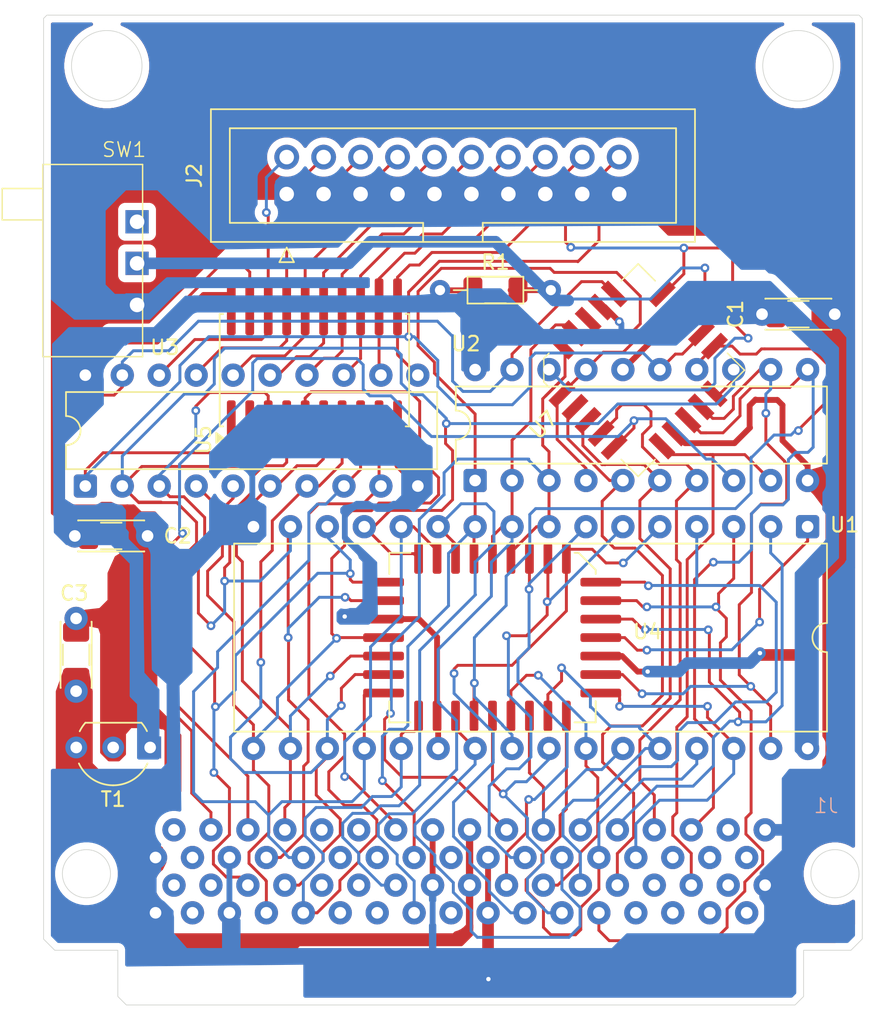
<source format=kicad_pcb>
(kicad_pcb
	(version 20241229)
	(generator "pcbnew")
	(generator_version "9.0")
	(general
		(thickness 1.6)
		(legacy_teardrops no)
	)
	(paper "A4")
	(layers
		(0 "F.Cu" signal)
		(2 "B.Cu" signal)
		(9 "F.Adhes" user "F.Adhesive")
		(11 "B.Adhes" user "B.Adhesive")
		(13 "F.Paste" user)
		(15 "B.Paste" user)
		(5 "F.SilkS" user "F.Silkscreen")
		(7 "B.SilkS" user "B.Silkscreen")
		(1 "F.Mask" user)
		(3 "B.Mask" user)
		(17 "Dwgs.User" user "User.Drawings")
		(19 "Cmts.User" user "User.Comments")
		(21 "Eco1.User" user "User.Eco1")
		(23 "Eco2.User" user "User.Eco2")
		(25 "Edge.Cuts" user)
		(27 "Margin" user)
		(31 "F.CrtYd" user "F.Courtyard")
		(29 "B.CrtYd" user "B.Courtyard")
		(35 "F.Fab" user)
		(33 "B.Fab" user)
		(39 "User.1" user)
		(41 "User.2" user)
		(43 "User.3" user)
		(45 "User.4" user)
	)
	(setup
		(pad_to_mask_clearance 0)
		(allow_soldermask_bridges_in_footprints no)
		(tenting front back)
		(pcbplotparams
			(layerselection 0x00000000_00000000_55555555_5755f5ff)
			(plot_on_all_layers_selection 0x00000000_00000000_00000000_00000000)
			(disableapertmacros no)
			(usegerberextensions no)
			(usegerberattributes yes)
			(usegerberadvancedattributes yes)
			(creategerberjobfile yes)
			(dashed_line_dash_ratio 12.000000)
			(dashed_line_gap_ratio 3.000000)
			(svgprecision 4)
			(plotframeref no)
			(mode 1)
			(useauxorigin no)
			(hpglpennumber 1)
			(hpglpenspeed 20)
			(hpglpendiameter 15.000000)
			(pdf_front_fp_property_popups yes)
			(pdf_back_fp_property_popups yes)
			(pdf_metadata yes)
			(pdf_single_document no)
			(dxfpolygonmode yes)
			(dxfimperialunits yes)
			(dxfusepcbnewfont yes)
			(psnegative no)
			(psa4output no)
			(plot_black_and_white yes)
			(sketchpadsonfab no)
			(plotpadnumbers no)
			(hidednponfab no)
			(sketchdnponfab yes)
			(crossoutdnponfab yes)
			(subtractmaskfromsilk no)
			(outputformat 1)
			(mirror no)
			(drillshape 1)
			(scaleselection 1)
			(outputdirectory "")
		)
	)
	(net 0 "")
	(net 1 "unconnected-(J1-DREQ5-Pad3)")
	(net 2 "unconnected-(J1-D11-Pad45)")
	(net 3 "/D7")
	(net 4 "unconnected-(J1-BCLK-Pad33)")
	(net 5 "unconnected-(J1-LRCLK-Pad66)")
	(net 6 "unconnected-(J1-D15-Pad47)")
	(net 7 "unconnected-(J1-D8-Pad10)")
	(net 8 "unconnected-(J1-NC-Pad31)")
	(net 9 "unconnected-(J1-NC-Pad65)")
	(net 10 "unconnected-(J1-~{DACK5}-Pad36)")
	(net 11 "unconnected-(J1-SYSCK-Pad32)")
	(net 12 "unconnected-(J1-D9-Pad44)")
	(net 13 "unconnected-(J1-D14-Pad13)")
	(net 14 "unconnected-(J1-~{IRQ10}-Pad37)")
	(net 15 "unconnected-(J1-+3.5V-Pad51)")
	(net 16 "unconnected-(J1-D12-Pad12)")
	(net 17 "unconnected-(J1-~{RESET}-Pad2)")
	(net 18 "unconnected-(J1-SDIN-Pad67)")
	(net 19 "unconnected-(J1-A21-Pad62)")
	(net 20 "unconnected-(J1-A19-Pad61)")
	(net 21 "unconnected-(J1-A22-Pad29)")
	(net 22 "unconnected-(J1-D13-Pad46)")
	(net 23 "unconnected-(J1-+3.5V-Pad17)")
	(net 24 "/A0")
	(net 25 "unconnected-(J1-~{SWR1}-Pad38)")
	(net 26 "unconnected-(J1-A23-Pad63)")
	(net 27 "unconnected-(J1-D10-Pad11)")
	(net 28 "/XCVR_B0")
	(net 29 "/XCVR_B1")
	(net 30 "/XCVR_B2")
	(net 31 "/XCVR_B3")
	(net 32 "/XCVR_B4")
	(net 33 "/EXT_STROBE")
	(net 34 "/XCVR_B6")
	(net 35 "/A1")
	(net 36 "/XCVR_B5")
	(net 37 "/XCVR_B7")
	(net 38 "/EXT_ACK")
	(net 39 "/~{XCVR_EN}")
	(net 40 "/A2")
	(net 41 "/A5")
	(net 42 "/A3")
	(net 43 "/A4")
	(net 44 "/UNK1")
	(net 45 "/A18")
	(net 46 "/A17")
	(net 47 "/A20")
	(net 48 "/~{CS0}")
	(net 49 "/~{SWR0}")
	(net 50 "/~{SRD}")
	(net 51 "/~{EEPROM_WR}")
	(net 52 "/D0")
	(net 53 "/~{EEPROM_OE}")
	(net 54 "VCC")
	(net 55 "/SWITCH")
	(net 56 "GND")
	(net 57 "/D1")
	(net 58 "/D2")
	(net 59 "/D3")
	(net 60 "/D4")
	(net 61 "/D5")
	(net 62 "unconnected-(SW1-A-Pad1)")
	(net 63 "/A6")
	(net 64 "/D6")
	(net 65 "+7.5V")
	(net 66 "/A7")
	(net 67 "/A9")
	(net 68 "/A8")
	(net 69 "/A10")
	(net 70 "/A11")
	(net 71 "/A12")
	(net 72 "/A13")
	(net 73 "/ROM_P1")
	(net 74 "/A14")
	(net 75 "/A15")
	(net 76 "/A16")
	(footprint "PR_Footprints:C_Disc_1206_P5.00mm" (layer "F.Cu") (at 91.734 92.329))
	(footprint "PR_Footprints:PLCC-32" (layer "F.Cu") (at 121.035093 99.1616 -90))
	(footprint "Connector_IDC:IDC-Header_2x10_P2.54mm_Vertical" (layer "F.Cu") (at 106.299 68.834 90))
	(footprint "PR_Footprints:C_Disc_1206_P5.00mm" (layer "F.Cu") (at 91.821 102.997 90))
	(footprint "PR_Footprints:PLCC-20" (layer "F.Cu") (at 130.556 81.026 45))
	(footprint "Package_DIP:DIP-20_W7.62mm" (layer "F.Cu") (at 92.456 88.9 90))
	(footprint "PR_Footprints:SOP-20" (layer "F.Cu") (at 108.204 80.941 90))
	(footprint "PR_Footprints:C_Disc_1206_P5.00mm" (layer "F.Cu") (at 138.978 77.089))
	(footprint "Package_TO_SOT_THT:TO-92L_Inline_Wide" (layer "F.Cu") (at 96.911 106.865 180))
	(footprint "PR_Footprints:R_Axial_DIN0204_L3.6mm_D1.6mm_P7.62mm_Horizontal" (layer "F.Cu") (at 116.84 75.438))
	(footprint "Package_DIP:DIP-20_W7.62mm" (layer "F.Cu") (at 119.253 88.519 90))
	(footprint "PR_Footprints:SPDT_Switch" (layer "F.Cu") (at 93.1418 73.9648))
	(footprint "Package_DIP:DIP-32_W15.24mm" (layer "F.Cu") (at 142.113 91.694 -90))
	(footprint "PR_Footprints:PIO_Connector" (layer "B.Cu") (at 118.872 114.803 180))
	(gr_circle
		(center 92.5322 115.540291)
		(end 91.8718 117.058158)
		(stroke
			(width 0.05)
			(type default)
		)
		(fill no)
		(layer "Edge.Cuts")
		(uuid "0d9b073b-59af-4d6e-bc46-e1215c1294af")
	)
	(gr_poly
		(pts
			(xy 90.35415 120.8024) (xy 89.5858 120.03405) (xy 89.5858 56.7652) (xy 89.8106 56.5404) (xy 145.6474 56.5404)
			(xy 145.8722 56.7652) (xy 145.8722 120.02135) (xy 145.09115 120.8024) (xy 141.8336 120.8024) (xy 141.8336 123.9774)
			(xy 141.2494 124.5616) (xy 95.2754 124.5616) (xy 94.6912 123.9774) (xy 94.6912 120.8024)
		)
		(stroke
			(width 0.05)
			(type solid)
		)
		(fill no)
		(layer "Edge.Cuts")
		(uuid "4bf50bd0-0d1d-4842-b85e-072ab4b6a635")
	)
	(gr_circle
		(center 93.9292 60.0202)
		(end 95.4278 58.1152)
		(stroke
			(width 0.05)
			(type default)
		)
		(fill no)
		(layer "Edge.Cuts")
		(uuid "e990a24a-17fe-410d-89d0-7424862cf658")
	)
	(gr_circle
		(center 143.9926 115.540291)
		(end 143.3322 117.058158)
		(stroke
			(width 0.05)
			(type default)
		)
		(fill no)
		(layer "Edge.Cuts")
		(uuid "f2581f96-4f9d-4789-a90b-23d7fe5c5e96")
	)
	(gr_circle
		(center 141.4526 60.0202)
		(end 142.9512 58.1152)
		(stroke
			(width 0.05)
			(type default)
		)
		(fill no)
		(layer "Edge.Cuts")
		(uuid "f492974a-7276-4ba9-9e7c-737d16726482")
	)
	(segment
		(start 109.1946 108.5342)
		(end 110.2868 107.442)
		(width 0.2)
		(layer "F.Cu")
		(net 3)
		(uuid "03c8cea2-e4db-4758-be02-687c9d4cfb16")
	)
	(segment
		(start 111.5568 90.1192)
		(end 112.776 88.9)
		(width 0.2)
		(layer "F.Cu")
		(net 3)
		(uuid "15a4839f-5df0-4c1a-a9a1-159418825118")
	)
	(segment
		(start 110.2868 105.9434)
		(end 107.823 103.4796)
		(width 0.2)
		(layer "F.Cu")
		(net 3)
		(uuid "27bf3a94-13a5-421c-aa46-fec933dc0a7b")
	)
	(segment
		(start 107.823 103.4796)
		(end 107.823 90.805)
		(width 0.2)
		(layer "F.Cu")
		(net 3)
		(uuid "2a35a125-a33f-4eb2-8255-94f09f77623f")
	)
	(segment
		(start 107.442 118.227)
		(end 108.3918 118.227)
		(width 0.2)
		(layer "F.Cu")
		(net 3)
		(uuid "3d47686d-a23e-4148-a419-2613d1f98006")
	)
	(segment
		(start 115.0874 105.7656)
		(end 115.3668 105.4862)
		(width 0.2)
		(layer "F.Cu")
		(net 3)
		(uuid "4487cb3a-ce2b-4bb9-a0d8-97a1a1e78dbf")
	)
	(segment
		(start 114.173 106.934)
		(end 114.173 105.9688)
		(width 0.2)
		(layer "F.Cu")
		(net 3)
		(uuid "46686d0e-928e-4f23-9918-af9b582cd5e0")
	)
	(segment
		(start 115.3668 105.4862)
		(end 115.3668 104.6988)
		(width 0.2)
		(layer "F.Cu")
		(net 3)
		(uuid "496ba09a-5190-4d34-a801-eee761b50c0f")
	)
	(segment
		(start 107.823 90.805)
		(end 108.5088 90.1192)
		(width 0.2)
		(layer "F.Cu")
		(net 3)
		(uuid "4a388d43-77ad-459d-b7f8-2e923d7109ea")
	)
	(segment
		(start 112.4712 112.9284)
		(end 112.4966 112.903)
		(width 0.2)
		(layer "F.Cu")
		(net 3)
		(uuid "71e357db-154b-4da1-ab3f-124fdcdc210d")
	)
	(segment
		(start 111.252 114.13995)
		(end 112.46355 112.9284)
		(width 0.2)
		(layer "F.Cu")
		(net 3)
		(uuid "780f8a1f-641a-46fa-b08e-f9e5fd1a7def")
	)
	(segment
		(start 114.173 105.9688)
		(end 114.3762 105.7656)
		(width 0.2)
		(layer "F.Cu")
		(net 3)
		(uuid "7b34e4b5-f302-4cf5-962f-937e87b6e747")
	)
	(segment
		(start 110.3122 110.8456)
		(end 110.2868 110.871)
		(width 0.2)
		(layer "F.Cu")
		(net 3)
		(uuid "7f1e9d80-bbfe-4f36-bbe2-8d1314c934da")
	)
	(segment
		(start 114.3762 105.7656)
		(end 115.0874 105.7656)
		(width 0.2)
		(layer "F.Cu")
		(net 3)
		(uuid "831ddaad-8d59-46ba-99d5-27287272395c")
	)
	(segment
		(start 110.2868 107.442)
		(end 110.2868 105.9434)
		(width 0.2)
		(layer "F.Cu")
		(net 3)
		(uuid "8515f0d3-7f86-488f-b926-8df64b71d26f")
	)
	(segment
		(start 108.3918 118.227)
		(end 109.9566 116.6622)
		(width 0.2)
		(layer "F.Cu")
		(net 3)
		(uuid "88a47f3a-563c-4b15-a476-3b64ec03ad11")
	)
	(segment
		(start 112.649 84.963)
		(end 112.649 88.773)
		(width 0.2)
		(layer "F.Cu")
		(net 3)
		(uuid "966d4d78-0df4-434d-a794-2a7fb7654efd")
	)
	(segment
		(start 109.1946 109.7788)
		(end 109.1946 108.5342)
		(width 0.2)
		(layer "F.Cu")
		(net 3)
		(uuid "9c2d88e5-b24e-44af-85c7-8e3ca5cd0b70")
	)
	(segment
		(start 111.252 114.71405)
		(end 111.252 114.13995)
		(width 0.2)
		(layer "F.Cu")
		(net 3)
		(uuid "a553b84b-9c7c-4d2f-9994-51df3643e166")
	)
	(segment
		(start 111.506 110.8456)
		(end 110.3122 110.8456)
		(width 0.2)
		(layer "F.Cu")
		(net 3)
		(uuid "bd515c00-13e2-441d-a51b-414e28b8834b")
	)
	(segment
		(start 112.4966 111.8362)
		(end 111.506 110.8456)
		(width 0.2)
		(layer "F.Cu")
		(net 3)
		(uuid "c204a512-04e4-4548-982e-50b99b750dd6")
	)
	(segment
		(start 112.649 88.773)
		(end 112.776 88.9)
		(width 0.2)
		(layer "F.Cu")
		(net 3)
		(uuid "cc19bd57-bb59-4938-9951-cc0a9f27c17e")
	)
	(segment
		(start 109.9566 116.00945)
		(end 111.252 114.71405)
		(width 0.2)
		(layer "F.Cu")
		(net 3)
		(uuid "d079cbed-97ca-4e18-b068-16fd9e7c3043")
	)
	(segment
		(start 109.9566 116.6622)
		(end 109.9566 116.00945)
		(width 0.2)
		(layer "F.Cu")
		(net 3)
		(uuid "eaf22a98-67bb-4a4b-a187-9d78f4698c36")
	)
	(segment
		(start 110.2868 110.871)
		(end 109.1946 109.7788)
		(width 0.2)
		(layer "F.Cu")
		(net 3)
		(uuid "ef15fd4a-bad4-4f3a-abf3-3ca5bf46ebbf")
	)
	(segment
		(start 112.4966 112.903)
		(end 112.4966 111.8362)
		(width 0.2)
		(layer "F.Cu")
		(net 3)
		(uuid "f98ee194-7491-4c3a-9f4f-62444c58da8f")
	)
	(segment
		(start 112.46355 112.9284)
		(end 112.4712 112.9284)
		(width 0.2)
		(layer "F.Cu")
		(net 3)
		(uuid "fdc6e259-b5d5-4899-9900-1831b584045c")
	)
	(segment
		(start 108.5088 90.1192)
		(end 111.5568 90.1192)
		(width 0.2)
		(layer "F.Cu")
		(net 3)
		(uuid "ff4babb4-d5aa-4477-907f-3e083224daca")
	)
	(segment
		(start 111.4371 110.9907)
		(end 108.3129 110.9907)
		(width 0.2)
		(layer "B.Cu")
		(net 3)
		(uuid "0afd2d94-ea96-4d65-807f-35c69adfd764")
	)
	(segment
		(start 107.442 116.03995)
		(end 107.442 118.227)
		(width 0.2)
		(layer "B.Cu")
		(net 3)
		(uuid "12ebc38c-0289-4182-b077-f4174b55682f")
	)
	(segment
		(start 108.8136 114.66835)
		(end 107.442 116.03995)
		(width 0.2)
		(layer "B.Cu")
		(net 3)
		(uuid "37a32e59-33cb-4462-8ba6-04050003c137")
	)
	(segment
		(start 107.569 111.7346)
		(end 107.569 112.94105)
		(width 0.2)
		(layer "B.Cu")
		(net 3)
		(uuid "3843b89e-5ba4-46c0-a4b5-2bb3a28b7fdc")
	)
	(segment
		(start 114.173 106.934)
		(end 114.173 109.5756)
		(width 0.2)
		(layer "B.Cu")
		(net 3)
		(uuid "5b01f88d-f85e-4981-ae6e-99a1cfeb310d")
	)
	(segment
		(start 112.1918 110.236)
		(end 111.4371 110.9907)
		(width 0.2)
		(layer "B.Cu")
		(net 3)
		(uuid "61222480-4214-4d41-914d-9741bbb52ee8")
	)
	(segment
		(start 114.173 109.5756)
		(end 113.5126 110.236)
		(width 0.2)
		(layer "B.Cu")
		(net 3)
		(uuid "6c0989bd-4aa2-41af-becc-cb86b111a5b3")
	)
	(segment
		(start 113.5126 110.236)
		(end 112.1918 110.236)
		(width 0.2)
		(layer "B.Cu")
		(net 3)
		(uuid "8d510cc6-c40c-4766-889e-3a98a648ad3d")
	)
	(segment
		(start 108.3129 110.9907)
		(end 107.569 111.7346)
		(width 0.2)
		(layer "B.Cu")
		(net 3)
		(uuid "c702d8e1-e105-41c3-9b37-e02909eb6cb6")
	)
	(segment
		(start 108.8136 114.18565)
		(end 108.8136 114.66835)
		(width 0.2)
		(layer "B.Cu")
		(net 3)
		(uuid "cc1d6e3d-7b96-473f-9d4c-3d285748e9ac")
	)
	(segment
		(start 107.569 112.94105)
		(end 108.8136 114.18565)
		(width 0.2)
		(layer "B.Cu")
		(net 3)
		(uuid "e9e0d16e-aaf4-4b71-aeec-79e25496f787")
	)
	(segment
		(start 113.792 112.0902)
		(end 113.5126 111.8108)
		(width 0.2)
		(layer "F.Cu")
		(net 24)
		(uuid "3b88f6f5-d8e7-465a-bdec-a07370122a8f")
	)
	(segment
		(start 115.0112 91.694)
		(end 116.6368 93.3196)
		(width 0.2)
		(layer "F.Cu")
		(net 24)
		(uuid "4096f9d3-945d-4eae-9d48-721ec3c6e327")
	)
	(segment
		(start 110.7694 109.0676)
		(end 110.5662 108.8644)
		(width 0.2)
		(layer "F.Cu")
		(net 24)
		(uuid "57477d5d-d95a-445d-8f57-64a9275a13ff")
	)
	(segment
		(start 113.5126 111.8108)
		(end 110.7694 109.0676)
		(width 0.2)
		(layer "F.Cu")
		(net 24)
		(uuid "810f7c54-bfe8-4fe6-b5eb-95487a5c5608")
	)
	(segment
		(start 110.5662 108.8644)
		(end 110.2868 108.8644)
		(width 0.2)
		(layer "F.Cu")
		(net 24)
		(uuid "a2b5dcc5-1fda-4d80-bc1e-543d19aa3af8")
	)
	(segment
		(start 114.173 91.694)
		(end 115.0112 91.694)
		(width 0.2)
		(layer "F.Cu")
		(net 24)
		(uuid "ab50188b-6bb2-4b4f-97e7-2053faf29b06")
	)
	(segment
		(start 113.792 112.527)
		(end 113.792 112.0902)
		(width 0.2)
		(layer "F.Cu")
		(net 24)
		(uuid "bdb5119a-e0d1-43ca-8069-70eb9eea46a3")
	)
	(segment
		(start 116.6368 93.3196)
		(end 116.6368 93.8784)
		(width 0.2)
		(layer "F.Cu")
		(net 24)
		(uuid "bf359df1-684a-4d8d-b0af-aa29a2d5296c")
	)
	(via
		(at 110.2868 108.8644)
		(size 0.6)
		(drill 0.3)
		(layers "F.Cu" "B.Cu")
		(net 24)
		(uuid "47946199-7be3-416d-a086-36e7b9a7dd25")
	)
	(segment
		(start 114.173 97.8408)
		(end 114.173 91.694)
		(width 0.2)
		(layer "B.Cu")
		(net 24)
		(uuid "078b23c7-665b-457a-8660-1e64ca077d39")
	)
	(segment
		(start 110.2868 108.8644)
		(end 110.2868 106.4768)
		(width 0.2)
		(layer "B.Cu")
		(net 24)
		(uuid "0c4e245f-cb50-4ba6-9a24-a05614789875")
	)
	(segment
		(start 112.0648 104.6988)
		(end 112.0648 99.949)
		(width 0.2)
		(layer "B.Cu")
		(net 24)
		(uuid "330536be-5ebe-4352-84a5-1ef083df1793")
	)
	(segment
		(start 110.2868 106.4768)
		(end 112.0648 104.6988)
		(width 0.2)
		(layer "B.Cu")
		(net 24)
		(uuid "b0bab347-68a6-4fc2-89cf-2b6af47309ed")
	)
	(segment
		(start 112.0648 99.949)
		(end 114.173 97.8408)
		(width 0.2)
		(layer "B.Cu")
		(net 24)
		(uuid "e542ff08-16d0-42e6-9a38-bded477ba475")
	)
	(segment
		(start 105.029 72.644)
		(end 105.029 70.231)
		(width 0.2)
		(layer "F.Cu")
		(net 28)
		(uuid "5df998eb-64e2-4eda-b6ee-c526c4d8da6b")
	)
	(segment
		(start 97.536 81.28)
		(end 99.984 78.832)
		(width 0.2)
		(layer "F.Cu")
		(net 28)
		(uuid "5e1997f1-af96-43b8-bec4-d56b79c5ee9f")
	)
	(segment
		(start 105.029 78.359)
		(end 105.029 76.581)
		(width 0.2)
		(layer "F.Cu")
		(net 28)
		(uuid "7a9e3d4c-92c9-4118-bfdf-a8c148336550")
	)
	(segment
		(start 105.029 76.581)
		(end 105.029 72.644)
		(width 0.2)
		(layer "F.Cu")
		(net 28)
		(uuid "815df4cc-5a9b-4f49-9899-c294c1cc6c50")
	)
	(segment
		(start 104.556 78.832)
		(end 105.029 78.359)
		(width 0.2)
		(layer "F.Cu")
		(net 28)
		(uuid "85bebfe5-7594-4e45-ab63-bdc77b72737c")
	)
	(segment
		(start 105.029 70.231)
		(end 104.902 70.104)
		(width 0.2)
		(layer "F.Cu")
		(net 28)
		(uuid "8916d479-ed3b-495e-b28e-402ae12b4db0")
	)
	(segment
		(start 99.984 78.832)
		(end 104.556 78.832)
		(width 0.2)
		(layer "F.Cu")
		(net 28)
		(uuid "c7088f51-3f02-45e2-bc1d-e1d3b9068114")
	)
	(via
		(at 104.902 70.104)
		(size 0.6)
		(drill 0.3)
		(layers "F.Cu" "B.Cu")
		(net 28)
		(uuid "fb81e435-847d-4630-896c-a2d296058e51")
	)
	(segment
		(start 104.902 70.104)
		(end 104.902 67.691)
		(width 0.2)
		(layer "B.Cu")
		(net 28)
		(uuid "5e5421f8-d5f4-4ba1-b850-65d3c7ac2e89")
	)
	(segment
		(start 104.902 67.691)
		(end 106.299 66.294)
		(width 0.2)
		(layer "B.Cu")
		(net 28)
		(uuid "5e9df8d1-f28b-43b1-9b3f-7d8d312c06d9")
	)
	(segment
		(start 106.299 76.581)
		(end 106.299 72.5678)
		(width 0.2)
		(layer "F.Cu")
		(net 29)
		(uuid "36f34c19-1c94-452c-aa66-63a5af405f1c")
	)
	(segment
		(start 107.45 71.4168)
		(end 106.5276 72.3392)
		(width 0.2)
		(layer "F.Cu")
		(net 29)
		(uuid "44edab86-fba0-4faf-8287-7ee5cd7be201")
	)
	(segment
		(start 106.299 78.9178)
		(end 105.8164 79.4004)
		(width 0.2)
		(layer "F.Cu")
		(net 29)
		(uuid "4cc7e4fa-b81a-4e5a-bd33-f7728c0a634c")
	)
	(segment
		(start 106.5276 72.3392)
		(end 106.527 72.3386)
		(width 0.2)
		(layer "F.Cu")
		(net 29)
		(uuid "5b99f9a0-c387-4deb-b626-0301b0449306")
	)
	(segment
		(start 106.299 76.581)
		(end 106.299 78.9178)
		(width 0.2)
		(layer "F.Cu")
		(net 29)
		(uuid "5e214913-e7f2-483d-925c-cac43a5780f8")
	)
	(segment
		(start 105.8164 79.4004)
		(end 101.854 79.4004)
		(width 0.2)
		(layer "F.Cu")
		(net 29)
		(uuid "6f2beaff-f798-4a74-bcce-6b5e3ca99c5d")
	)
	(segment
		(start 101.854 79.4004)
		(end 100.076 81.1784)
		(width 0.2)
		(layer "F.Cu")
		(net 29)
		(uuid "96d6cea6-b443-4997-b7df-e41b13c02498")
	)
	(segment
		(start 100.076 81.1784)
		(end 100.076 81.28)
		(width 0.2)
		(layer "F.Cu")
		(net 29)
		(uuid "afa914a4-0975-4c66-89c2-c4562e910c72")
	)
	(segment
		(start 108.839 66.294)
		(end 107.45 67.683)
		(width 0.2)
		(layer "F.Cu")
		(net 29)
		(uuid "c3276a2e-00a7-45b8-b118-39d2f1175174")
	)
	(segment
		(start 106.299 72.5678)
		(end 106.5276 72.3392)
		(width 0.2)
		(layer "F.Cu")
		(net 29)
		(uuid "d8d43276-4a1d-411a-97fb-16704d534e4d")
	)
	(segment
		(start 107.45 67.683)
		(end 107.45 71.4168)
		(width 0.2)
		(layer "F.Cu")
		(net 29)
		(uuid "ec148e19-6994-4e0d-82f4-0e60a6e2074f")
	)
	(segment
		(start 107.569 73.8886)
		(end 107.569 76.581)
		(width 0.2)
		(layer "F.Cu")
		(net 30)
		(uuid "3730780e-bc8e-45b1-bc05-76e03c1a32e9")
	)
	(segment
		(start 107.569 78.5622)
		(end 106.172 79.9592)
		(width 0.2)
		(layer "F.Cu")
		(net 30)
		(uuid "54d63529-24bb-4fed-accc-f0793c7c452b")
	)
	(segment
		(start 107.569 76.581)
		(end 107.569 78.5622)
		(width 0.2)
		(layer "F.Cu")
		(net 30)
		(uuid "554f3170-57d0-4fca-8245-c228abf46a5f")
	)
	(segment
		(start 111.379 66.294)
		(end 109.99 67.683)
		(width 0.2)
		(layer "F.Cu")
		(net 30)
		(uuid "5d326589-e4ac-43b2-af73-17c0f4eff105")
	)
	(segment
		(start 109.99 71.4676)
		(end 107.569 73.8886)
		(width 0.2)
		(layer "F.Cu")
		(net 30)
		(uuid "658947ba-4236-4568-9465-9b61282f98ba")
	)
	(segment
		(start 103.9368 79.9592)
		(end 102.616 81.28)
		(width 0.2)
		(layer "F.Cu")
		(net 30)
		(uuid "a7789b07-8497-4fff-b266-2c930e09cf5f")
	)
	(segment
		(start 106.172 79.9592)
		(end 103.9368 79.9592)
		(width 0.2)
		(layer "F.Cu")
		(net 30)
		(uuid "b8331926-2afb-4736-84a3-593f2fbaa5eb")
	)
	(segment
		(start 109.99 67.683)
		(end 109.99 71.4676)
		(width 0.2)
		(layer "F.Cu")
		(net 30)
		(uuid "e08247f9-164e-4b0d-9fe3-5e6099221dae")
	)
	(segment
		(start 113.919 66.294)
		(end 112.768 67.445)
		(width 0.2)
		(layer "F.Cu")
		(net 31)
		(uuid "03539835-eb88-4f77-848a-b42db44c90e1")
	)
	(segment
		(start 112.768 67.445)
		(end 112.768 70.3152)
		(width 0.2)
		(layer "F.Cu")
		(net 31)
		(uuid "45a51988-71c3-4415-8f04-e498417b2305")
	)
	(segment
		(start 108.839 74.2442)
		(end 108.839 76.581)
		(width 0.2)
		(layer "F.Cu")
		(net 31)
		(uuid "49a6dfb6-18f4-426d-b56e-758207b1b95a")
	)
	(segment
		(start 112.768 70.3152)
		(end 108.839 74.2442)
		(width 0.2)
		(layer "F.Cu")
		(net 31)
		(uuid "5d7ae97a-0e39-4a18-895f-dae873ea3f43")
	)
	(segment
		(start 107.8992 80.01)
		(end 108.839 79.0702)
		(width 0.2)
		(layer "F.Cu")
		(net 31)
		(uuid "787cb3bc-dc55-4900-8195-edd6d73547cd")
	)
	(segment
		(start 105.156 81.28)
		(end 105.7148 81.28)
		(width 0.2)
		(layer "F.Cu")
		(net 31)
		(uuid "8d29d35c-9e5a-423d-a338-c7781ae421c9")
	)
	(segment
		(start 106.9848 80.01)
		(end 107.8992 80.01)
		(width 0.2)
		(layer "F.Cu")
		(net 31)
		(uuid "b33f6442-f1ae-4a08-ae6e-b8fd8eb06221")
	)
	(segment
		(start 108.839 79.0702)
		(end 108.839 76.581)
		(width 0.2)
		(layer "F.Cu")
		(net 31)
		(uuid "ce8657a8-2c82-478c-a238-84a6013e9d8a")
	)
	(segment
		(start 105.7148 81.28)
		(end 106.9848 80.01)
		(width 0.2)
		(layer "F.Cu")
		(net 31)
		(uuid "dbcfd49f-b98a-4ecb-8578-d66e94538ca9")
	)
	(segment
		(start 115.308 67.445)
		(end 115.308 70.62)
		(width 0.2)
		(layer "F.Cu")
		(net 32)
		(uuid "2bbf8902-037c-4743-97d9-f99c2c77519b")
	)
	(segment
		(start 110.109 74.3458)
		(end 110.109 76.581)
		(width 0.2)
		(layer "F.Cu")
		(net 32)
		(uuid "3e035927-6112-4cca-b0c2-d1b876cea4dc")
	)
	(segment
		(start 112.8776 71.5772)
		(end 110.109 74.3458)
		(width 0.2)
		(layer "F.Cu")
		(net 32)
		(uuid "569041ac-728f-4256-ac59-601d82c1a76a")
	)
	(segment
		(start 116.459 66.294)
		(end 115.308 67.445)
		(width 0.2)
		(layer "F.Cu")
		(net 32)
		(uuid "656625cd-7031-480f-b0a2-42e45ce72d57")
	)
	(segment
		(start 115.308 70.62)
		(end 114.3508 71.5772)
		(width 0.2)
		(layer "F.Cu")
		(net 32)
		(uuid "7520acc7-7668-434e-bd7d-1fc655464c8c")
	)
	(segment
		(start 107.696 81.28)
		(end 108.8644 80.1116)
		(width 0.2)
		(layer "F.Cu")
		(net 32)
		(uuid "81f432fc-15ca-4806-bdbd-471e8ffe9301")
	)
	(segment
		(start 108.8644 80.1116)
		(end 109.6264 80.1116)
		(width 0.2)
		(layer "F.Cu")
		(net 32)
		(uuid "a8a4dfce-9d08-49db-bcc5-8fbcdecac8f9")
	)
	(segment
		(start 114.3508 71.5772)
		(end 112.8776 71.5772)
		(width 0.2)
		(layer "F.Cu")
		(net 32)
		(uuid "a94df64f-f5ca-4731-91e8-983d9d445221")
	)
	(segment
		(start 110.109 79.629)
		(end 110.109 76.581)
		(width 0.2)
		(layer "F.Cu")
		(net 32)
		(uuid "ad02d80f-972d-45ee-91f5-64e6c5889b6a")
	)
	(segment
		(start 109.6264 80.1116)
		(end 110.109 79.629)
		(width 0.2)
		(layer "F.Cu")
		(net 32)
		(uuid "d9f9397e-5183-47b4-acaa-ff084f1e96fd")
	)
	(segment
		(start 133.604 74.3204)
		(end 132.232672 75.691728)
		(width 0.2)
		(layer "F.Cu")
		(net 33)
		(uuid "16054086-8407-4106-810c-ae462ab62bc8")
	)
	(segment
		(start 132.232672 75.691728)
		(end 132.118565 75.691728)
		(width 0.2)
		(layer "F.Cu")
		(net 33)
		(uuid "1adb42d9-e868-4e86-b3e4-e46c13a1d24c")
	)
	(segment
		(start 136.3472 72.5424)
		(end 136.6012 72.5424)
		(width 0.2)
		(layer "F.Cu")
		(net 33)
		(uuid "2ee958cd-162d-4cf1-a88a-4481d2b28cc2")
	)
	(segment
		(start 133.604 72.5424)
		(end 136.3472 72.5424)
		(width 0.2)
		(layer "F.Cu")
		(net 33)
		(uuid "3025b4b5-96a7-40a3-a2ac-8848dadef9fb")
	)
	(segment
		(start 125.917 72.4062)
		(end 125.8316 72.4916)
		(width 0.2)
		(layer "F.Cu")
		(net 33)
		(uuid "41a27b81-b2c2-4814-b6da-67d83b4c5a98")
	)
	(segment
		(start 125.468 72.128)
		(end 125.468 67.445)
		(width 0.2)
		(layer "F.Cu")
		(net 33)
		(uuid "4f9d4998-0956-4df0-babe-b624f08d7264")
	)
	(segment
		(start 125.8316 72.4916)
		(end 125.468 72.128)
		(width 0.2)
		(layer "F.Cu")
		(net 33)
		(uuid "9baf6da4-7a01-4983-abab-1cf7b39cf93a")
	)
	(segment
		(start 136.6012 72.5424)
		(end 136.9568 72.898)
		(width 0.2)
		(layer "F.Cu")
		(net 33)
		(uuid "b0b4b78f-c388-4e27-8295-ac864b26b2c2")
	)
	(segment
		(start 133.604 72.5424)
		(end 133.604 74.3204)
		(width 0.2)
		(layer "F.Cu")
		(net 33)
		(uuid "c1ffca69-0bcd-441b-bc47-3173587e95e2")
	)
	(segment
		(start 136.9568 77.5208)
		(end 136.9568 77.6732)
		(width 0.2)
		(layer "F.Cu")
		(net 33)
		(uuid "c845cdc0-91f3-415d-a055-614820c0dd32")
	)
	(segment
		(start 125.468 67.445)
		(end 126.619 66.294)
		(width 0.2)
		(layer "F.Cu")
		(net 33)
		(uuid "dfc923b1-5e51-416b-88fe-fafdb6f92ae0")
	)
	(segment
		(start 136.9568 77.6732)
		(end 138.0236 78.74)
		(width 0.2)
		(layer "F.Cu")
		(net 33)
		(uuid "e1f6deda-6e49-4e21-9706-921ff34876cb")
	)
	(segment
		(start 136.9568 72.898)
		(end 136.9568 77.5208)
		(width 0.2)
		(layer "F.Cu")
		(net 33)
		(uuid "ed37d47c-ce8d-4006-914e-da076c99e002")
	)
	(via
		(at 133.604 72.5424)
		(size 0.6)
		(drill 0.3)
		(layers "F.Cu" "B.Cu")
		(net 33)
		(uuid "1e8b8d57-c286-4bdb-b1a4-d76a49fa6522")
	)
	(via
		(at 138.0236 78.74)
		(size 0.6)
		(drill 0.3)
		(layers "F.Cu" "B.Cu")
		(net 33)
		(uuid "7b378fa4-f9af-43cd-8105-15003a9e2a70")
	)
	(via
		(at 125.8316 72.4916)
		(size 0.6)
		(drill 0.3)
		(layers "F.Cu" "B.Cu")
		(net 33)
		(uuid "fba5aaba-8c40-48e4-b85a-b52ffdec5be1")
	)
	(segment
		(start 135.7376 80.1116)
		(end 137.1092 78.74)
		(width 0.2)
		(layer "B.Cu")
		(net 33)
		(uuid "07c52721-a97b-4521-81ae-6adbcc2e63b4")
	)
	(segment
		(start 124.333 80.899)
		(end 125.73 82.296)
		(width 0.2)
		(layer "B.Cu")
		(net 33)
		(uuid "1264ef8d-dd8b-429c-a1e2-675b34f4e1a9")
	)
	(segment
		(start 125.8824 72.5424)
		(end 133.604 72.5424)
		(width 0.2)
		(layer "B.Cu")
		(net 33)
		(uuid "1c294b8a-a119-4a60-a58c-3f1b463ad1a9")
	)
	(segment
		(start 135.2804 82.296)
		(end 135.7376 81.8388)
		(width 0.2)
		(layer "B.Cu")
		(net 33)
		(uuid "1ec34cdd-adeb-40be-ae56-a13bbeef49f9")
	)
	(segment
		(start 137.1092 78.74)
		(end 138.0236 78.74)
		(width 0.2)
		(layer "B.Cu")
		(net 33)
		(uuid "40c36203-33d5-4211-af04-96b58fba38a1")
	)
	(segment
		(start 135.7376 81.8388)
		(end 135.7376 80.1116)
		(width 0.2)
		(layer "B.Cu")
		(net 33)
		(uuid "6745f0db-e051-495a-aeb9-1bed40833447")
	)
	(segment
		(start 125.8316 72.4916)
		(end 125.8824 72.5424)
		(width 0.2)
		(layer "B.Cu")
		(net 33)
		(uuid "bbc8ebf3-e2de-463d-8efd-bf1e5597006f")
	)
	(segment
		(start 125.73 82.296)
		(end 135.2804 82.296)
		(width 0.2)
		(layer "B.Cu")
		(net 33)
		(uuid "ee83bc8f-5afe-42ff-afd5-1e29b78ea9a6")
	)
	(segment
		(start 112.649 81.153)
		(end 112.776 81.28)
		(width 0.2)
		(layer "F.Cu")
		(net 34)
		(uuid "130a18ec-649d-47a7-9626-64574c32cd49")
	)
	(segment
		(start 112.649 74.6506)
		(end 114.4016 72.898)
		(width 0.2)
		(layer "F.Cu")
		(net 34)
		(uuid "52d21705-d08a-4f91-8deb-9e0ae539752b")
	)
	(segment
		(start 115.1128 72.898)
		(end 115.824 72.1868)
		(width 0.2)
		(layer "F.Cu")
		(net 34)
		(uuid "68d8843e-79eb-4216-b737-faa80fec4d84")
	)
	(segment
		(start 114.4016 72.898)
		(end 115.1128 72.898)
		(width 0.2)
		(layer "F.Cu")
		(net 34)
		(uuid "71555daf-1f41-47bf-8267-624b3242e09a")
	)
	(segment
		(start 118.9736 72.1868)
		(end 120.377 70.7834)
		(width 0.2)
		(layer "F.Cu")
		(net 34)
		(uuid "73effea2-3996-4c58-b69f-3d3facfafdec")
	)
	(segment
		(start 115.824 72.1868)
		(end 118.9736 72.1868)
		(width 0.2)
		(layer "F.Cu")
		(net 34)
		(uuid "83062210-f5b3-40c0-b2a4-c0e1aa30059a")
	)
	(segment
		(start 120.377 67.456)
		(end 120.377 70.7834)
		(width 0.2)
		(layer "F.Cu")
		(net 34)
		(uuid "9dcf6959-c3d2-477c-b5c5-08c3ce71c17d")
	)
	(segment
		(start 112.649 76.581)
		(end 112.649 81.153)
		(width 0.2)
		(layer "F.Cu")
		(net 34)
		(uuid "c55c0038-ecb0-4144-b22d-cbd34bddd5f0")
	)
	(segment
		(start 121.539 66.294)
		(end 120.377 67.456)
		(width 0.2)
		(layer "F.Cu")
		(net 34)
		(uuid "cd979f96-a419-41ac-8586-ef39e0bcb9de")
	)
	(segment
		(start 112.649 76.581)
		(end 112.649 74.6506)
		(width 0.2)
		(layer "F.Cu")
		(net 34)
		(uuid "d044c2e9-cd81-4f90-8eb6-432b2637443b")
	)
	(segment
		(start 116.713 91.694)
		(end 117.9068 92.8878)
		(width 0.2)
		(layer "F.Cu")
		(net 35)
		(uuid "62dd65b7-df83-4405-afe2-df0f5f4f0835")
	)
	(segment
		(start 117.9068 92.8878)
		(end 117.9068 93.8784)
		(width 0.2)
		(layer "F.Cu")
		(net 35)
		(uuid "9fe59b2f-48bd-4197-bb07-92c6d647cc67")
	)
	(segment
		(start 120.5484 92.837)
		(end 120.5484 90.6526)
		(width 0.2)
		(layer "B.Cu")
		(net 35)
		(uuid "0c08bfbf-90ec-4035-aaf3-109820995160")
	)
	(segment
		(start 110.83025 111.3917)
		(end 110.151 112.07095)
		(width 0.2)
		(layer "B.Cu")
		(net 35)
		(uuid "1e6f857d-0b3b-4ea8-94e6-cb03a3630535")
	)
	(segment
		(start 111.5568 111.3917)
		(end 110.83025 111.3917)
		(width 0.2)
		(layer "B.Cu")
		(net 35)
		(uuid "71d6a308-aac6-416c-a9ab-8434a2b0eb89")
	)
	(segment
		(start 120.015 90.1192)
		(end 118.2878 90.1192)
		(width 0.2)
		(layer "B.Cu")
		(net 35)
		(uuid "7554558c-28df-4a3f-8e4c-196e3c863af7")
	)
	(segment
		(start 115.443 100.203)
		(end 119.2784 96.3676)
		(width 0.2)
		(layer "B.Cu")
		(net 35)
		(uuid "8e88855e-5739-495f-899c-0ef329b46643")
	)
	(segment
		(start 115.443 109.4486)
		(end 115.443 100.203)
		(width 0.2)
		(layer "B.Cu")
		(net 35)
		(uuid "953b5646-b84e-4026-962f-3c430f9a38f2")
	)
	(segment
		(start 112.80905 116.327)
		(end 113.792 116.327)
		(width 0.2)
		(layer "B.Cu")
		(net 35)
		(uuid "9b8f684f-b5d7-409e-87de-f90ec6045101")
	)
	(segment
		(start 110.151 113.03895)
		(end 111.252 114.13995)
		(width 0.2)
		(layer "B.Cu")
		(net 35)
		(uuid "9d67dc8b-cd20-4082-b12c-4b3382139909")
	)
	(segment
		(start 114.0206 110.871)
		(end 115.443 109.4486)
		(width 0.2)
		(layer "B.Cu")
		(net 35)
		(uuid "b358618c-8fd0-4245-a664-fe104423b824")
	)
	(segment
		(start 111.5568 111.3917)
		(end 112.2299 111.3917)
		(width 0.2)
		(layer "B.Cu")
		(net 35)
		(uuid "b4c75162-37e5-46ef-909d-4dbb0cd191e7")
	)
	(segment
		(start 111.252 114.13995)
		(end 111.252 114.76995)
		(width 0.2)
		(layer "B.Cu")
		(net 35)
		(uuid "c3dfab7d-cf43-469c-88df-24e63c234318")
	)
	(segment
		(start 119.253 94.107)
		(end 119.2784 94.107)
		(width 0.2)
		(layer "B.Cu")
		(net 35)
		(uuid "c5f21754-485a-4e09-8765-19c2d4784ce6")
	)
	(segment
		(start 118.2878 90.1192)
		(end 116.713 91.694)
		(width 0.2)
		(layer "B.Cu")
		(net 35)
		(uuid "cd4f839b-eace-477c-84a8-c1b112516651")
	)
	(segment
		(start 119.253 96.3422)
		(end 119.253 94.107)
		(width 0.2)
		(layer "B.Cu")
		(net 35)
		(uuid "d2d66269-08f5-4427-8a6f-5f02733149ba")
	)
	(segment
		(start 112.7506 110.871)
		(end 114.0206 110.871)
		(width 0.2)
		(layer "B.Cu")
		(net 35)
		(uuid "d2f098ea-2ef8-4d1a-bb4c-2b804a5dc819")
	)
	(segment
		(start 119.2784 94.107)
		(end 120.5484 92.837)
		(width 0.2)
		(layer "B.Cu")
		(net 35)
		(uuid "da5cd995-c8a0-4dc5-8a98-48602c59f839")
	)
	(segment
		(start 112.2299 111.3917)
		(end 112.7506 110.871)
		(width 0.2)
		(layer "B.Cu")
		(net 35)
		(uuid "dc384700-11b5-4d39-a0c5-bc6665a239c8")
	)
	(segment
		(start 119.2784 96.3676)
		(end 119.253 96.3422)
		(width 0.2)
		(layer "B.Cu")
		(net 35)
		(uuid "ec3d434e-909e-4c9f-9e50-5c540beb5790")
	)
	(segment
		(start 120.5484 90.6526)
		(end 120.015 90.1192)
		(width 0.2)
		(layer "B.Cu")
		(net 35)
		(uuid "f29cba03-74fc-4931-8c46-ab42523dd645")
	)
	(segment
		(start 110.151 112.07095)
		(end 110.151 113.03895)
		(width 0.2)
		(layer "B.Cu")
		(net 35)
		(uuid "f3873a2d-941b-4957-bd51-9b4c12839ab9")
	)
	(segment
		(start 111.252 114.76995)
		(end 112.80905 116.327)
		(width 0.2)
		(layer "B.Cu")
		(net 35)
		(uuid "fcbf5215-6ddf-4c3b-88c2-987282d84497")
	)
	(segment
		(start 111.379 80.137)
		(end 110.236 81.28)
		(width 0.2)
		(layer "F.Cu")
		(net 36)
		(uuid "0ed6ef83-c15a-4ae0-8746-c62b44ed7bb1")
	)
	(segment
		(start 114.9604 72.2884)
		(end 113.538 72.2884)
		(width 0.2)
		(layer "F.Cu")
		(net 36)
		(uuid "21a7362a-7d42-49e3-a720-a458442edfc8")
	)
	(segment
		(start 111.379 74.4474)
		(end 111.379 76.581)
		(width 0.2)
		(layer "F.Cu")
		(net 36)
		(uuid "2c9cb02b-168a-4bef-adf6-1f8a9fb247c6")
	)
	(segment
		(start 111.379 76.581)
		(end 111.379 80.137)
		(width 0.2)
		(layer "F.Cu")
		(net 36)
		(uuid "4512ea2d-b5e7-405b-8d1c-6487c95f0698")
	)
	(segment
		(start 115.6716 71.5772)
		(end 114.9604 72.2884)
		(width 0.2)
		(layer "F.Cu")
		(net 36)
		(uuid "658c1cbc-6cc0-40df-9a21-b61c13c31cce")
	)
	(segment
		(start 113.538 72.2884)
		(end 111.379 74.4474)
		(width 0.2)
		(layer "F.Cu")
		(net 36)
		(uuid "79e0e011-a044-4cb1-bd16-e6e81451085c")
	)
	(segment
		(start 117.61 67.683)
		(end 117.61 70.9596)
		(width 0.2)
		(layer "F.Cu")
		(net 36)
		(uuid "b55b1237-64ba-4170-8005-3f02dfe4688f")
	)
	(segment
		(start 118.999 66.294)
		(end 117.61 67.683)
		(width 0.2)
		(layer "F.Cu")
		(net 36)
		(uuid "c60d8cb3-3cf5-498e-9ba3-602c73ec5258")
	)
	(segment
		(start 116.9924 71.5772)
		(end 115.6716 71.5772)
		(width 0.2)
		(layer "F.Cu")
		(net 36)
		(uuid "cbea9744-22ec-4799-bcdd-704d67e45869")
	)
	(segment
		(start 117.61 70.9596)
		(end 116.9924 71.5772)
		(width 0.2)
		(layer "F.Cu")
		(net 36)
		(uuid "f9ebb18f-84b9-4404-ab23-e462c760daa5")
	)
	(segment
		(start 113.919 74.549)
		(end 114.7572 73.7108)
		(width 0.2)
		(layer "F.Cu")
		(net 37)
		(uuid "006feb76-78e5-4555-a9b3-bf090ad8bd07")
	)
	(segment
		(start 116.2812 72.8472)
		(end 121.0564 72.8472)
		(width 0.2)
		(layer "F.Cu")
		(net 37)
		(uuid "17d67f32-bc84-4fce-89ef-8ca44cadd778")
	)
	(segment
		(start 113.919 79.8322)
		(end 113.9444 79.8576)
		(width 0.2)
		(layer "F.Cu")
		(net 37)
		(uuid "2593949c-46a7-47da-85ed-84ae3a3fb9f8")
	)
	(segment
		(start 121.0564 72.8472)
		(end 122.928 70.9756)
		(width 0.2)
		(layer "F.Cu")
		(net 37)
		(uuid "8955bbf9-35e7-4442-91ac-6996e202e6f1")
	)
	(segment
		(start 114.7572 73.7108)
		(end 115.4176 73.7108)
		(width 0.2)
		(layer "F.Cu")
		(net 37)
		(uuid "8e021470-de94-4a32-9d35-5817b587b9d3")
	)
	(segment
		(start 113.919 76.581)
		(end 113.919 79.8322)
		(width 0.2)
		(layer "F.Cu")
		(net 37)
		(uuid "98ec8352-052a-405a-ad8c-743e95f17e26")
	)
	(segment
		(start 113.9444 79.8576)
		(end 113.9444 79.9084)
		(width 0.2)
		(layer "F.Cu")
		(net 37)
		(uuid "a49fafea-d9ef-488f-8dbd-c33453dffd4b")
	)
	(segment
		(start 113.9444 79.9084)
		(end 115.316 81.28)
		(width 0.2)
		(layer "F.Cu")
		(net 37)
		(uuid "b38e01e1-636f-41c9-a523-9e5fa8d997aa")
	)
	(segment
		(start 113.919 76.581)
		(end 113.919 74.549)
		(width 0.2)
		(layer "F.Cu")
		(net 37)
		(uuid "cc44371b-b258-4d39-8393-f6c4d827cf0e")
	)
	(segment
		(start 122.928 67.445)
		(end 124.079 66.294)
		(width 0.2)
		(layer "F.Cu")
		(net 37)
		(uuid "d83c3264-0087-4705-9bd5-6cabec421f0f")
	)
	(segment
		(start 115.4176 73.7108)
		(end 116.2812 72.8472)
		(width 0.2)
		(layer "F.Cu")
		(net 37)
		(uuid "d85f01dc-c4e4-4e96-b220-0011bbb287af")
	)
	(segment
		(start 122.928 70.9756)
		(end 122.928 67.445)
		(width 0.2)
		(layer "F.Cu")
		(net 37)
		(uuid "e768d367-6595-4618-8abb-7eaecb5e9d20")
	)
	(segment
		(start 127.77 67.683)
		(end 129.159 66.294)
		(width 0.2)
		(layer "F.Cu")
		(net 38)
		(uuid "050c4640-4f1b-42c5-ac61-aa2231fe364f")
	)
	(segment
		(start 114.681 75.565)
		(end 116.7892 73.4568)
		(width 0.2)
		(layer "F.Cu")
		(net 38)
		(uuid "0b2e7040-950d-4ca6-a1b9-fe4a58fde8e4")
	)
	(segment
		(start 134.812641 78.521959)
		(end 134.812641 78.385805)
		(width 0.2)
		(layer "F.Cu")
		(net 38)
		(uuid "318854f6-892a-4dcd-9bde-993cb412c206")
	)
	(segment
		(start 127.77 72.0264)
		(end 127.77 67.683)
		(width 0.2)
		(layer "F.Cu")
		(net 38)
		(uuid "33442b0f-1782-4243-a494-100201aeb66f")
	)
	(segment
		(start 116.7892 73.4568)
		(end 126.2888 73.4568)
		(width 0.2)
		(layer "F.Cu")
		(net 38)
		(uuid "35f495a0-55d4-484c-b8ff-951ccb01f0db")
	)
	(segment
		(start 93.6752 86.614)
		(end 102.361331 86.614)
		(width 0.2)
		(layer "F.Cu")
		(net 38)
		(uuid "3926e851-df0e-4bd7-bf81-49ccaf2877f5")
	)
	(segment
		(start 133.5024 79.8322)
		(end 134.812641 78.521959)
		(width 0.2)
		(layer "F.Cu")
		(net 38)
		(uuid "42b7bd6f-a6f1-4bc9-a507-cb2c5040c6a7")
	)
	(segment
		(start 102.489 86.486331)
		(end 102.489 84.963)
		(width 0.2)
		(layer "F.Cu")
		(net 38)
		(uuid "471c1cf0-4049-4bf7-a985-08a244bf9644")
	)
	(segment
		(start 133.0198 79.8322)
		(end 133.5024 79.8322)
		(width 0.2)
		(layer "F.Cu")
		(net 38)
		(uuid "7ac86014-6577-4a11-96e9-5062a43be2ff")
	)
	(segment
		(start 114.681 78.6384)
		(end 114.681 75.565)
		(width 0.2)
		(layer "F.Cu")
		(net 38)
		(uuid "8bdebcf3-983f-401e-99e3-f5db92e9578c")
	)
	(segment
		(start 126.3142 73.4822)
		(end 127.77 72.0264)
		(width 0.2)
		(layer "F.Cu")
		(net 38)
		(uuid "91cfbbbe-9443-42e9-9f97-9e347cbf972f")
	)
	(segment
		(start 102.361331 86.614)
		(end 102.489 86.486331)
		(width 0.2)
		(layer "F.Cu")
		(net 38)
		(uuid "a44b3990-6b3d-4a2a-af3d-86dfafba6a73")
	)
	(segment
		(start 92.456 88.9)
		(end 92.456 87.8332)
		(width 0.2)
		(layer "F.Cu")
		(net 38)
		(uuid "a8eb9b3f-fcd3-43c6-a017-0d61f57f0068")
	)
	(segment
		(start 126.2888 73.4568)
		(end 126.3142 73.4822)
		(width 0.2)
		(layer "F.Cu")
		(net 38)
		(uuid "b651e00c-13ec-42b0-962a-89ce6bf8fea6")
	)
	(segment
		(start 131.953 80.899)
		(end 133.0198 79.8322)
		(width 0.2)
		(layer "F.Cu")
		(net 38)
		(uuid "c61220b9-81f8-4dd7-a2ec-09fc763c7767")
	)
	(segment
		(start 92.456 87.8332)
		(end 93.6752 86.614)
		(width 0.2)
		(layer "F.Cu")
		(net 38)
		(uuid "e81fb1fd-8619-4cc0-9da9-129b9df12471")
	)
	(via
		(at 114.681 78.6384)
		(size 0.6)
		(drill 0.3)
		(layers "F.Cu" "B.Cu")
		(net 38)
		(uuid "b017a5d9-e3ed-4692-8ed5-3b97b4672232")
	)
	(segment
		(start 123.0376 80.1116)
		(end 123.0376 82.0928)
		(width 0.2)
		(layer "B.Cu")
		(net 38)
		(uuid "082789c2-7910-4f83-8e07-2b729f438d62")
	)
	(segment
		(start 116.6876 80.264)
		(end 115.062 78.6384)
		(width 0.2)
		(layer "B.Cu")
		(net 38)
		(uuid "09f7e1d0-4b87-47ce-86f9-5ebdc58799a1")
	)
	(segment
		(start 100.9396 78.6384)
		(end 98.9584 80.6196)
		(width 0.2)
		(layer "B.Cu")
		(net 38)
		(uuid "1ffe0abe-7642-4383-81c4-28e4dfa3d26f")
	)
	(segment
		(start 98.9584 80.6196)
		(end 98.9584 81.7372)
		(width 0.2)
		(layer "B.Cu")
		(net 38)
		(uuid "4294ac06-3605-48c4-9ebd-4befb072655b")
	)
	(segment
		(start 116.6876 82.042)
		(end 116.6876 80.264)
		(width 0.2)
		(layer "B.Cu")
		(net 38)
		(uuid "4881b118-fe6b-4b71-a51b-a9d1ae14580c")
	)
	(segment
		(start 114.681 78.6384)
		(end 100.9396 78.6384)
		(width 0.2)
		(layer "B.Cu")
		(net 38)
		(uuid "679424a5-7066-46ca-8315-560258e10c3a")
	)
	(segment
		(start 98.9584 81.7372)
		(end 92.456 88.2396)
		(width 0.2)
		(layer "B.Cu")
		(net 38)
		(uuid "76648954-19d8-4b1c-95c3-0c054f2e044e")
	)
	(segment
		(start 130.81 79.756)
		(end 123.3932 79.756)
		(width 0.2)
		(layer "B.Cu")
		(net 38)
		(uuid "80167cca-4219-4e2f-aa7b-d6503189ea69")
	)
	(segment
		(start 123.0376 82.0928)
		(end 121.8184 83.312)
		(width 0.2)
		(layer "B.Cu")
		(net 38)
		(uuid "9ac9251e-ed8d-4d0c-b9fe-dea0b2516c65")
	)
	(segment
		(start 117.9576 83.312)
		(end 116.6876 82.042)
		(width 0.2)
		(layer "B.Cu")
		(net 38)
		(uuid "b403b914-f10d-47cc-97ab-cb25d62be742")
	)
	(segment
		(start 121.8184 83.312)
		(end 117.9576 83.312)
		(width 0.2)
		(layer "B.Cu")
		(net 38)
		(uuid "b65fb67a-4f81-4555-9683-227019e214c8")
	)
	(segment
		(start 131.953 80.899)
		(end 130.81 79.756)
		(width 0.2)
		(layer "B.Cu")
		(net 38)
		(uuid "c5210df3-5aff-42dc-b34f-7d7fdaff678a")
	)
	(segment
		(start 123.3932 79.756)
		(end 123.0376 80.1116)
		(width 0.2)
		(layer "B.Cu")
		(net 38)
		(uuid "d1676dd1-e1e5-45e7-8bf6-e15bc7362ceb")
	)
	(segment
		(start 115.062 78.6384)
		(end 114.681 78.6384)
		(width 0.2)
		(layer "B.Cu")
		(net 38)
		(uuid "dcd76c88-85bf-4517-ac77-16444d388b9e")
	)
	(segment
		(start 92.456 88.2396)
		(end 92.456 88.9)
		(width 0.2)
		(layer "B.Cu")
		(net 38)
		(uuid "e5967991-ce9b-4c6c-9d2c-f2d1b6c6f08c")
	)
	(segment
		(start 91.6432 82.6516)
		(end 94.4372 82.6516)
		(width 0.2)
		(layer "F.Cu")
		(net 39)
		(uuid "053bce90-5ac1-4447-ab45-e3355329d4e3")
	)
	(segment
		(start 94.996 82.0928)
		(end 94.996 81.28)
		(width 0.2)
		(layer "F.Cu")
		(net 39)
		(uuid "18f498c6-5893-4127-976c-3bdc7f639cad")
	)
	(segment
		(start 93.0402 79.4258)
		(end 92.2274 79.4258)
		(width 0.2)
		(layer "F.Cu")
		(net 39)
		(uuid "1d140b5e-1dcc-4e48-8b96-6d30e397bf43")
	)
	(segment
		(start 101.5492 73.8886)
		(end 97.1042 78.3336)
		(width 0.2)
		(layer "F.Cu")
		(net 39)
		(uuid "23cffb7d-9a7f-408e-875e-87aead733c0c")
	)
	(segment
		(start 123.3551 78.0669)
		(end 126.5682 74.8538)
		(width 0.2)
		(layer "F.Cu")
		(net 39)
		(uuid "266c6744-a9f0-41fe-b17d-1e9061c25a74")
	)
	(segment
		(start 123.3551 78.2701)
		(end 123.3551 78.0669)
		(width 0.2)
		(layer "F.Cu")
		(net 39)
		(uuid "3dd9303c-a8c1-4ddb-9f9a-742f5a1abaae")
	)
	(segment
		(start 121.793 79.8322)
		(end 123.3551 78.2701)
		(width 0.2)
		(layer "F.Cu")
		(net 39)
		(uuid "43d53e60-184f-4d3a-bc92-136c67ed59e6")
	)
	(segment
		(start 94.4372 82.6516)
		(end 94.996 82.0928)
		(width 0.2)
		(layer "F.Cu")
		(net 39)
		(uuid "543e1c72-1e9c-4d2c-b48c-ff7994955b92")
	)
	(segment
		(start 94.1324 78.3336)
		(end 93.0402 79.4258)
		(width 0.2)
		(layer "F.Cu")
		(net 39)
		(uuid "64b2ad08-0ce9-410b-b467-935526f2d2b9")
	)
	(segment
		(start 92.2274 79.4258)
		(end 91.2622 80.391)
		(width 0.2)
		(layer "F.Cu")
		(net 39)
		(uuid "80f84de7-e70c-4df5-a9be-cbf55499ab30")
	)
	(segment
		(start 103.759 74.1934)
		(end 103.4542 73.8886)
		(width 0.2)
		(layer "F.Cu")
		(net 39)
		(uuid "86ba9968-1b0d-4e81-a378-9c7ff547bff6")
	)
	(segment
		(start 127.975902 74.8538)
		(end 128.821962 75.69986)
		(width 0.2)
		(layer "F.Cu")
		(net 39)
		(uuid "a9a157fb-eeca-49d4-886a-d7729e76cce5")
	)
	(segment
		(start 103.759 76.581)
		(end 103.759 74.1934)
		(width 0.2)
		(layer "F.Cu")
		(net 39)
		(uuid "ac88ca4f-ad4e-4727-818f-03233d92c12d")
	)
	(segment
		(start 103.4542 73.8886)
		(end 101.5492 73.8886)
		(width 0.2)
		(layer "F.Cu")
		(net 39)
		(uuid "b5eef8c7-9244-475b-be53-129757421acd")
	)
	(segment
		(start 121.793 80.899)
		(end 121.793 79.8322)
		(width 0.2)
		(layer "F.Cu")
		(net 39)
		(uuid "c2add126-562c-4e18-bd13-c38c759cfdc1")
	)
	(segment
		(start 91.2622 82.2706)
		(end 91.6432 82.6516)
		(width 0.2)
		(layer "F.Cu")
		(net 39)
		(uuid "e2446c8f-646a-4569-a6e2-c1c3449effc1")
	)
	(segment
		(start 97.1042 78.3336)
		(end 94.1324 78.3336)
		(width 0.2)
		(layer "F.Cu")
		(net 39)
		(uuid "e51ce7b1-c749-4d40-9e70-5df4d39b650a")
	)
	(segment
		(start 91.2622 80.391)
		(end 91.2622 82.2706)
		(width 0.2)
		(layer "F.Cu")
		(net 39)
		(uuid "f1b15f1b-2a1f-43ed-a639-00ecb4876a10")
	)
	(segment
		(start 126.5682 74.8538)
		(end 127.975902 74.8538)
		(width 0.2)
		(layer "F.Cu")
		(net 39)
		(uuid "f8599ffc-f94d-4fe0-a2ca-58e3da4d7f93")
	)
	(segment
		(start 117.6528 78.5622)
		(end 117.7036 78.5622)
		(width 0.2)
		(layer "B.Cu")
		(net 39)
		(uuid "365f6b34-49c8-4a50-926e-55f4e19a6e9e")
	)
	(segment
		(start 94.996 81.28)
		(end 94.996 80.3656)
		(width 0.2)
		(layer "B.Cu")
		(net 39)
		(uuid "41293b10-a7f7-4049-8d49-aa860d583685")
	)
	(segment
		(start 95.758 79.6036)
		(end 98.1964 79.6036)
		(width 0.2)
		(layer "B.Cu")
		(net 39)
		(uuid "4b688c1e-aa54-4612-a0e5-d9c375b9d29f")
	)
	(segment
		(start 98.1964 79.6036)
		(end 100.2284 77.5716)
		(width 0.2)
		(layer "B.Cu")
		(net 39)
		(uuid "5ba87a0c-73c2-414f-98d0-9c8a7800daa3")
	)
	(segment
		(start 120.2944 82.3976)
		(end 121.793 80.899)
		(width 0.2)
		(layer "B.Cu")
		(net 39)
		(uuid "62176cc7-240c-4436-be28-eaac04ae3200")
	)
	(segment
		(start 117.7036 78.5622)
		(end 117.7036 81.6864)
		(width 0.2)
		(layer "B.Cu")
		(net 39)
		(uuid "6230abe1-34fb-427b-9471-28bb7d08aa64")
	)
	(segment
		(start 116.6622 77.5716)
		(end 117.6528 78.5622)
		(width 0.2)
		(layer "B.Cu")
		(net 39)
		(uuid "6a2b3347-bab9-4225-b435-a3665e95c086")
	)
	(segment
		(start 100.2284 77.5716)
		(end 116.6622 77.5716)
		(width 0.2)
		(layer "B.Cu")
		(net 39)
		(uuid "da193a63-cf9e-432e-94ff-8fe3f6c7b419")
	)
	(segment
		(start 117.7036 81.6864)
		(end 118.4148 82.3976)
		(width 0.2)
		(layer "B.Cu")
		(net 39)
		(uuid "f0571911-2811-4219-9576-a8947b3745cb")
	)
	(segment
		(start 118.4148 82.3976)
		(end 120.2944 82.3976)
		(width 0.2)
		(layer "B.Cu")
		(net 39)
		(uuid "f15c071f-5145-46e2-8f32-527252cd5c93")
	)
	(segment
		(start 94.996 80.3656)
		(end 95.758 79.6036)
		(width 0.2)
		(layer "B.Cu")
		(net 39)
		(uuid "fde3e8d2-763d-45ec-a210-4607ee73b9b0")
	)
	(segment
		(start 116.459 80.391)
		(end 115.331 79.263)
		(width 0.2)
		(layer "F.Cu")
		(net 40)
		(uuid "1aaf3b7a-9c8f-4641-914b-005dc6eb6527")
	)
	(segment
		(start 124.4092 73.9394)
		(end 124.6886 74.2188)
		(width 0.2)
		(layer "F.Cu")
		(net 40)
		(uuid "1abd0da4-401f-4cad-8d19-c1618ced8346")
	)
	(segment
		(start 130.6068 77.7494)
		(end 129.5654 78.7908)
		(width 0.2)
		(layer "F.Cu")
		(net 40)
		(uuid "33f557f3-f177-409b-ac20-acd03c7a65d4")
	)
	(segment
		(start 119.1768 93.8784)
		(end 119.1768 91.7702)
		(width 0.2)
		(layer "F.Cu")
		(net 40)
		(uuid "34efaacc-f1d2-47a4-9abd-8cda583bfa75")
	)
	(segment
		(start 128.3208 78.7908)
		(end 127.025911 77.495911)
		(width 0.2)
		(layer "F.Cu")
		(net 40)
		(uuid "5063ffb5-9a17-4c3b-857d-b0438e3ff67b")
	)
	(segment
		(start 115.062 114.427)
		(end 115.062 111.3282)
		(width 0.2)
		(layer "F.Cu")
		(net 40)
		(uuid "5d4e65ee-401b-4aa3-b594-6377b6471381")
	)
	(segment
		(start 115.331 75.531372)
		(end 116.922972 73.9394)
		(width 0.2)
		(layer "F.Cu")
		(net 40)
		(uuid "5f6f2c46-fbc9-4a05-bb7f-1b0ce649e175")
	)
	(segment
		(start 116.922972 73.9394)
		(end 124.4092 73.9394)
		(width 0.2)
		(layer "F.Cu")
		(net 40)
		(uuid "6bb683cb-e381-4bd3-90c9-b37adf47eae1")
	)
	(segment
		(start 130.6068 75.8444)
		(end 130.6068 77.7494)
		(width 0.2)
		(layer "F.Cu")
		(net 40)
		(uuid "9f088f06-c2dc-4d29-b3e2-d1aee50a1e60")
	)
	(segment
		(start 115.331 79.263)
		(end 115.331 75.531372)
		(width 0.2)
		(layer "F.Cu")
		(net 40)
		(uuid "b6602d34-fc6e-4ae0-abe4-c6741f526ab7")
	)
	(segment
		(start 116.459 81.153)
		(end 116.459 80.391)
		(width 0.2)
		(layer "F.Cu")
		(net 40)
		(uuid "c5efb6cf-2bc9-4dd1-a6bc-befd427177cf")
	)
	(segment
		(start 119.253 83.947)
		(end 116.459 81.153)
		(width 0.2)
		(layer "F.Cu")
		(net 40)
		(uuid "c8d1bcf3-5bdb-4518-b562-c0b382b24f76")
	)
	(segment
		(start 119.253 91.694)
		(end 119.253 83.947)
		(width 0.2)
		(layer "F.Cu")
		(net 40)
		(uuid "c8e65926-b14e-4c96-88bb-3b3119e11f5c")
	)
	(segment
		(start 124.6886 74.2188)
		(end 128.9812 74.2188)
		(width 0.2)
		(layer "F.Cu")
		(net 40)
		(uuid "ce505285-06b8-4f85-8d14-f997e708c84d")
	)
	(segment
		(start 115.062 111.3282)
		(end 112.8776 109.1438)
		(width 0.2)
		(layer "F.Cu")
		(net 40)
		(uuid "d400006d-5c52-4177-86dc-df6afabb3d01")
	)
	(segment
		(start 129.5654 78.7908)
		(end 128.3208 78.7908)
		(width 0.2)
		(layer "F.Cu")
		(net 40)
		(uuid "f26e252d-e57b-42ff-84dc-1f3a09d63795")
	)
	(segment
		(start 128.9812 74.2188)
		(end 130.6068 75.8444)
		(width 0.2)
		(layer "F.Cu")
		(net 40)
		(uuid "f6716879-a6cc-4978-8d1e-781280978b33")
	)
	(segment
		(start 119.1768 91.7702)
		(end 119.253 91.694)
		(width 0.2)
		(layer "F.Cu")
		(net 40)
		(uuid "fcb1f530-d637-4b5e-a261-8b2400dc9926")
	)
	(via
		(at 112.8776 109.1438)
		(size 0.6)
		(drill 0.3)
		(layers "F.Cu" "B.Cu")
		(net 40)
		(uuid "1e2e8a0b-5c99-4440-a08f-b8c8c1c69b70")
	)
	(segment
		(start 114.4524 105.537)
		(end 114.3762 105.6132)
		(width 0.2)
		(layer "B.Cu")
		(net 40)
		(uuid "5b223658-6c4c-46de-9430-f37115930d3c")
	)
	(segment
		(start 117.4242 93.5228)
		(end 117.4242 93.7514)
		(width 0.2)
		(layer "B.Cu")
		(net 40)
		(uuid "63ae2979-492f-4ee4-8ce9-f9667d35e626")
	)
	(segment
		(start 119.253 91.694)
		(end 117.4242 93.5228)
		(width 0.2)
		(layer "B.Cu")
		(net 40)
		(uuid "674610d2-ee42-47ce-86df-8ba28555aba7")
	)
	(segment
		(start 114.6302 99.9236)
		(end 114.6302 99.9744)
		(width 0.2)
		(layer "B.Cu")
		(net 40)
		(uuid "7703329f-dfde-4e7f-b793-f62734748486")
	)
	(segment
		(start 117.4242 97.1296)
		(end 117.3734 97.1804)
		(width 0.2)
		(layer "B.Cu")
		(net 40)
		(uuid "7c0b92e8-930c-41f4-8754-fa2ef56646b1")
	)
	(segment
		(start 114.6302 105.3592)
		(end 114.4524 105.537)
		(width 0.2)
		(layer "B.Cu")
		(net 40)
		(uuid "842d6ecf-ad1d-489f-9dce-04b70cb39034")
	)
	(segment
		(start 113.5126 105.6132)
		(end 113.3602 105.6132)
		(width 0.2)
		(layer "B.Cu")
		(net 40)
		(uuid "8e398749-135f-41c9-ae52-87e04f7448a5")
	)
	(segment
		(start 112.8776 106.0958)
		(end 112.8776 109.1438)
		(width 0.2)
		(layer "B.Cu")
		(net 40)
		(uuid "9e51c34d-7ea2-4971-b1eb-f76cbd93a4b9")
	)
	(segment
		(start 113.3602 105.6132)
		(end 112.8776 106.0958)
		(width 0.2)
		(layer "B.Cu")
		(net 40)
		(uuid "a55b2554-3ea9-401f-8371-27b5765b0f8c")
	)
	(segment
		(start 114.6302 99.9236)
		(end 114.6302 105.3592)
		(width 0.2)
		(layer "B.Cu")
		(net 40)
		(uuid "a77a3d02-1825-45d2-9821-723fb80d9dc9")
	)
	(segment
		(start 114.3762 105.6132)
		(end 113.5126 105.6132)
		(width 0.2)
		(layer "B.Cu")
		(net 40)
		(uuid "b480dfcd-ea1e-4e1d-8d62-c52939b3834d")
	)
	(segment
		(start 117.3734 97.1804)
		(end 114.6302 99.9236)
		(width 0.2)
		(layer "B.Cu")
		(net 40)
		(uuid "bb4d48fb-0b96-4697-b622-8e7afbabcf6c")
	)
	(segment
		(start 117.4242 93.7514)
		(end 117.4242 97.1296)
		(width 0.2)
		(layer "B.Cu")
		(net 40)
		(uuid "bb566221-8770-416f-9a4c-f7b94bae06f7")
	)
	(segment
		(start 122.7836 110.5916)
		(end 122.936 110.4392)
		(width 0.2)
		(layer "F.Cu")
		(net 41)
		(uuid "04a8a5f6-fa4d-4ca6-b7c2-f42f00ea5200")
	)
	(segment
		(start 122.9868 93.8784)
		(end 122.9868 95.9612)
		(width 0.2)
		(layer "F.Cu")
		(net 41)
		(uuid "15e3dd3e-d34c-45b1-bbcf-f3aec879bc09")
	)
	(segment
		(start 122.7836 112.71245)
		(end 122.7836 110.5916)
		(width 0.2)
		(layer "F.Cu")
		(net 41)
		(uuid "285c28c5-17ed-4683-b98d-69261ad64f9a")
	)
	(segment
		(start 122.9868 95.9612)
		(end 122.9614 95.9866)
		(width 0.2)
		(layer "F.Cu")
		(net 41)
		(uuid "3dcb6897-0483-4b4e-a692-8600c8370aae")
	)
	(segment
		(start 121.412 114.08405)
		(end 122.7836 112.71245)
		(width 0.2)
		(layer "F.Cu")
		(net 41)
		(uuid "7f912165-6c62-4037-a8cd-8cb8aee0432f")
	)
	(segment
		(start 121.412 116.327)
		(end 121.412 114.08405)
		(width 0.2)
		(layer "F.Cu")
		(net 41)
		(uuid "d8c89b90-6b5f-4c1c-a349-4927cbb3293d")
	)
	(via
		(at 122.936 110.4392)
		(size 0.6)
		(drill 0.3)
		(layers "F.Cu" "B.Cu")
		(net 41)
		(uuid "89f3a89a-1d48-48bd-83b8-3ba1396aceac")
	)
	(via
		(at 122.9614 95.9866)
		(size 0.6)
		(drill 0.3)
		(layers "F.Cu" "B.Cu")
		(net 41)
		(uuid "94fe8d15-b95f-4d57-a82a-da556212b1c9")
	)
	(segment
		(start 122.1994 100.965)
		(end 122.1994 102.1334)
		(width 0.2)
		(layer "B.Cu")
		(net 41)
		(uuid "00ba5676-d596-4461-b1d5-2b3a8461bd15")
	)
	(segment
		(start 122.9614 95.9866)
		(end 122.9614 100.0252)
		(width 0.2)
		(layer "B.Cu")
		(net 41)
		(uuid "2033905c-a6cb-4c1e-98ab-6a3ba9543cbc")
	)
	(segment
		(start 122.9614 95.9866)
		(end 122.9614 95.6056)
		(width 0.2)
		(layer "B.Cu")
		(net 41)
		(uuid "29146dc4-24fd-492a-a2b4-e5e42e27c575")
	)
	(segment
		(start 122.8344 100.1522)
		(end 122.1994 100.7872)
		(width 0.2)
		(layer "B.Cu")
		(net 41)
		(uuid "2a8aa194-49ec-4090-8db5-02125d29f7d4")
	)
	(segment
		(start 122.1994 102.3366)
		(end 122.936 103.0732)
		(width 0.2)
		(layer "B.Cu")
		(net 41)
		(uuid "3b8b3886-9976-4045-8df2-3ede113bbcc4")
	)
	(segment
		(start 125.5776 105.7148)
		(end 125.5776 105.9942)
		(width 0.2)
		(layer "B.Cu")
		(net 41)
		(uuid "3dc0911f-7d99-4c67-b49a-5a09e1e56ba6")
	)
	(segment
		(start 125.4252 108.3564)
		(end 123.3424 110.4392)
		(width 0.2)
		(layer "B.Cu")
		(net 41)
		(uuid "416a5fde-ef83-402d-bc1d-7bae25fd749c")
	)
	(segment
		(start 122.9614 95.6056)
		(end 126.873 91.694)
		(width 0.2)
		(layer "B.Cu")
		(net 41)
		(uuid "4d9be2c7-8d4d-4d70-bee2-b7e76b85a129")
	)
	(segment
		(start 125.5776 108.204)
		(end 125.4252 108.3564)
		(width 0.2)
		(layer "B.Cu")
		(net 41)
		(uuid "4f6c1d6f-9f87-43d8-8e17-ded14622af8a")
	)
	(segment
		(start 122.936 103.0732)
		(end 125.5776 105.7148)
		(width 0.2)
		(layer "B.Cu")
		(net 41)
		(uuid "aa9bb957-73a3-4742-b33f-ebf81608012f")
	)
	(segment
		(start 122.1994 102.1334)
		(end 122.1994 102.3366)
		(width 0.2)
		(layer "B.Cu")
		(net 41)
		(uuid "ab30a7f2-751c-4e3f-93af-d04eb23ef733")
	)
	(segment
		(start 122.9614 100.0252)
		(end 122.8344 100.1522)
		(width 0.2)
		(layer "B.Cu")
		(net 41)
		(uuid "b071b3fe-2842-4ab9-8725-fabfc119f0f2")
	)
	(segment
		(start 123.3424 110.4392)
		(end 122.936 110.4392)
		(width 0.2)
		(layer "B.Cu")
		(net 41)
		(uuid "e16ded80-7f9f-4dcc-ba79-dd58691b679b")
	)
	(segment
		(start 125.5776 105.9942)
		(end 125.5776 108.204)
		(width 0.2)
		(layer "B.Cu")
		(net 41)
		(uuid "f84ebc24-2836-4b85-8adc-b5a3be998175")
	)
	(segment
		(start 122.1994 100.7872)
		(end 122.1994 100.965)
		(width 0.2)
		(layer "B.Cu")
		(net 41)
		(uuid "ff1cd0de-7b3c-4709-9511-f9c26d313881")
	)
	(segment
		(start 120.4468 92.3544)
		(end 121.1072 91.694)
		(width 0.2)
		(layer "F.Cu")
		(net 42)
		(uuid "03b14083-c64e-4cd0-8c8c-29f48d1e343e")
	)
	(segment
		(start 123.0884 79.5274)
		(end 123.0884 84.455)
		(width 0.2)
		(layer "F.Cu")
		(net 42)
		(uuid "24c50099-9bac-48e5-8a82-51cbec1a6697")
	)
	(segment
		(start 125.993536 78.393936)
		(end 125.4252 77.8256)
		(width 0.2)
		(layer "F.Cu")
		(net 42)
		(uuid "3c320c22-be25-425b-a1cb-9b5858fe0d30")
	)
	(segment
		(start 126.127885 78.393936)
		(end 125.993536 78.393936)
		(width 0.2)
		(layer "F.Cu")
		(net 42)
		(uuid "3dcc278a-1c1f-40e7-82ab-94aca1786781")
	)
	(segment
		(start 123.0884 84.455)
		(end 121.793 85.7504)
		(width 0.2)
		(layer "F.Cu")
		(net 42)
		(uuid "498272ef-fd48-4989-88d5-4864a66a5c5f")
	)
	(segment
		(start 125.4252 77.8256)
		(end 124.7902 77.8256)
		(width 0.2)
		(layer "F.Cu")
		(net 42)
		(uuid "60453083-df31-4c04-87fe-f49e4ff9014c")
	)
	(segment
		(start 124.7902 77.8256)
		(end 123.0884 79.5274)
		(width 0.2)
		(layer "F.Cu")
		(net 42)
		(uuid "64566d4b-b79b-4ac4-8182-f26fac358cf7")
	)
	(segment
		(start 120.4468 93.8784)
		(end 120.4468 92.3544)
		(width 0.2)
		(layer "F.Cu")
		(net 42)
		(uuid "86420e2c-16d1-4306-be1f-56b6b451823a")
	)
	(segment
		(start 121.793 85.7504)
		(end 121.793 88.519)
		(width 0.2)
		(layer "F.Cu")
		(net 42)
		(uuid "ead71888-4535-4684-8755-f40bb8c59eb2")
	)
	(segment
		(start 121.1072 91.694)
		(end 121.793 91.694)
		(width 0.2)
		(layer "F.Cu")
		(net 42)
		(uuid "ee2b66ac-236b-40df-b9fe-ed26e9254518")
	)
	(segment
		(start 121.793 88.519)
		(end 121.793 91.694)
		(width 0.2)
		(layer "F.Cu")
		(net 42)
		(uuid "fdc52a1d-bcd9-4a65-a157-c778b4caedaa")
	)
	(segment
		(start 117.983 108.3818)
		(end 114.9388 111.426)
		(width 0.2)
		(layer "B.Cu")
		(net 42)
		(uuid "294e799b-3bc0-47b5-80b7-6f580cfe54eb")
	)
	(segment
		(start 117.983 105.029)
		(end 117.983 108.3818)
		(width 0.2)
		(layer "B.Cu")
		(net 42)
		(uuid "47b9c720-95a2-4e45-8187-c98ddac54274")
	)
	(segment
		(start 116.713 100.1268)
		(end 116.713 103.759)
		(width 0.2)
		(layer "B.Cu")
		(net 42)
		(uuid "4daa8bbb-182f-414f-b81f-83f1438fa5f5")
	)
	(segment
		(start 121.793 92.71)
		(end 120.3706 94.1324)
		(width 0.2)
		(layer "B.Cu")
		(net 42)
		(uuid "5b8569c3-9a79-4092-b503-1ecbc182628b")
	)
	(segment
		(start 113.33595 111.426)
		(end 112.5982 112.16375)
		(width 0.2)
		(layer "B.Cu")
		(net 42)
		(uuid "814464ff-1e5f-47a7-a124-9a292dc60b36")
	)
	(segment
		(start 112.5982 112.16375)
		(end 112.5982 112.94615)
		(width 0.2)
		(layer "B.Cu")
		(net 42)
		(uuid "a1d36c9e-42f1-460a-be4a-f45e589fdf73")
	)
	(segment
		(start 120.3706 94.1324)
		(end 120.3706 96.4692)
		(width 0.2)
		(layer "B.Cu")
		(net 42)
		(uuid "a7ad93d8-e969-4c7d-9a6f-a180cee2ba06")
	)
	(segment
		(start 112.5982 112.94615)
		(end 113.8936 114.24155)
		(width 0.2)
		(layer "B.Cu")
		(net 42)
		(uuid "bafe5e3e-01f1-4604-995e-14d8e11594ca")
	)
	(segment
		(start 116.713 103.759)
		(end 117.983 105.029)
		(width 0.2)
		(layer "B.Cu")
		(net 42)
		(uuid "bd9b888d-1a00-4be9-95ec-d4eaa4e1017b")
	)
	(segment
		(start 113.8936 114.24155)
		(end 113.8936 114.87155)
		(width 0.2)
		(layer "B.Cu")
		(net 42)
		(uuid "c26319d8-b4b8-4cbd-8cac-472c56ad88ae")
	)
	(segment
		(start 120.3706 96.4692)
		(end 116.713 100.1268)
		(width 0.2)
		(layer "B.Cu")
		(net 42)
		(uuid "c4f7966a-8771-469f-82e5-77cd64ee05d0")
	)
	(segment
		(start 113.8936 114.87155)
		(end 115.062 116.03995)
		(width 0.2)
		(layer "B.Cu")
		(net 42)
		(uuid "d1377993-11c3-4827-954d-97990436216c")
	)
	(segment
		(start 121.793 91.694)
		(end 121.793 92.71)
		(width 0.2)
		(layer "B.Cu")
		(net 42)
		(uuid "ea202e30-61b4-46f2-87d8-8b15f723223a")
	)
	(segment
		(start 115.062 116.03995)
		(end 115.062 118.227)
		(width 0.2)
		(layer "B.Cu")
		(net 42)
		(uuid "f63f081b-5a02-4274-b1a9-338d3893245a")
	)
	(segment
		(start 114.9388 111.426)
		(end 113.33595 111.426)
		(width 0.2)
		(layer "B.Cu")
		(net 42)
		(uuid "f68c31c4-f720-43bf-b42d-48a345a612ea")
	)
	(segment
		(start 123.9012 86.106)
		(end 124.333 86.5378)
		(width 0.2)
		(layer "F.Cu")
		(net 43)
		(uuid "0509381a-7022-46ef-a12b-2a298b97dfbe")
	)
	(segment
		(start 121.7168 93.456432)
		(end 121.7168 93.8784)
		(width 0.2)
		(layer "F.Cu")
		(net 43)
		(uuid "139bee2e-9986-463a-b945-c82e7d8c955c")
	)
	(segment
		(start 113.03 104.9274)
		(end 113.03 107.696)
		(width 0.2)
		(layer "F.Cu")
		(net 43)
		(uuid "65a53b3b-9e0e-488b-85ba-f10a5533e060")
	)
	(segment
		(start 123.479232 91.694)
		(end 121.7168 93.456432)
		(width 0.2)
		(layer "F.Cu")
		(net 43)
		(uuid "831345d7-ba1c-4e79-ba3b-a64ca284efc5")
	)
	(segment
		(start 124.333 86.5378)
		(end 124.333 88.519)
		(width 0.2)
		(layer "F.Cu")
		(net 43)
		(uuid "99980c4f-21a6-4288-becf-a3726fae08bf")
	)
	(segment
		(start 124.333 91.694)
		(end 123.479232 91.694)
		(width 0.2)
		(layer "F.Cu")
		(net 43)
		(uuid "ab6f003d-4177-4e44-8232-ddb550504404")
	)
	(segment
		(start 125.434 81.3728)
		(end 125.434 79.496102)
		(width 0.2)
		(layer "F.Cu")
		(net 43)
		(uuid "b3bdc18c-4bfa-4558-972e-7a1c630be9e1")
	)
	(segment
		(start 123.9012 82.9056)
		(end 123.9012 86.106)
		(width 0.2)
		(layer "F.Cu")
		(net 43)
		(uuid "b42c0b3a-a63e-4f1c-8e1d-c2dbbb097b88")
	)
	(segment
		(start 113.4364 104.521)
		(end 113.03 104.9274)
		(width 0.2)
		(layer "F.Cu")
		(net 43)
		(uuid "bc9361d1-5fad-46f5-9443-1f0bf21f0e81")
	)
	(segment
		(start 124.333 88.519)
		(end 124.333 91.694)
		(width 0.2)
		(layer "F.Cu")
		(net 43)
		(uuid "c01d01f7-41c8-4195-86a1-b488c849ce8f")
	)
	(segment
		(start 124.1171 82.6897)
		(end 125.3236 81.4832)
		(width 0.2)
		(layer "F.Cu")
		(net 43)
		(uuid "c3252181-91c8-4700-a5a1-35fef5cc1ee9")
	)
	(segment
		(start 124.1171 82.6897)
		(end 123.9012 82.9056)
		(width 0.2)
		(layer "F.Cu")
		(net 43)
		(uuid "d16b3818-a609-4832-a78d-94e80b6696df")
	)
	(segment
		(start 124.1171 82.6897)
		(end 125.434 81.3728)
		(width 0.2)
		(layer "F.Cu")
		(net 43)
		(uuid "d402352b-2cf0-4788-b058-6a5e31aed4e6")
	)
	(segment
		(start 125.434 79.496102)
		(end 125.22986 79.291962)
		(width 0.2)
		(layer "F.Cu")
		(net 43)
		(uuid "d54872fd-6b8d-4572-b4cd-fc7e27af8cd5")
	)
	(segment
		(start 113.03 107.696)
		(end 114.2492 108.9152)
		(width 0.2)
		(layer "F.Cu")
		(net 43)
		(uuid "dca96ed1-d59b-4e13-a334-0aeb6a3442d2")
	)
	(segment
		(start 114.2492 108.9152)
		(end 117.8002 108.9152)
		(width 0.2)
		(layer "F.Cu")
		(net 43)
		(uuid "dd824fc7-b6fc-4a8e-8447-6761616a9ca7")
	)
	(segment
		(start 117.8002 108.9152)
		(end 121.412 112.527)
		(width 0.2)
		(layer "F.Cu")
		(net 43)
		(uuid "e042be9b-db69-4159-b7d0-8accbc569196")
	)
	(via
		(at 113.4364 104.521)
		(size 0.6)
		(drill 0.3)
		(layers "F.Cu" "B.Cu")
		(net 43)
		(uuid "4a0a09d1-99ed-4f14-8e60-87863347a29e")
	)
	(segment
		(start 122.936 87.122)
		(end 122.936 87.0458)
		(width 0.2)
		(layer "B.Cu")
		(net 43)
		(uuid "3a692c07-934a-4e49-a893-967fcab68510")
	)
	(segment
		(start 117.094 89.5096)
		(end 115.4176 91.186)
		(width 0.2)
		(layer "B.Cu")
		(net 43)
		(uuid "4185c9c2-7d22-45b0-90df-07d2e6318a4f")
	)
	(segment
		(start 115.4176 91.186)
		(end 115.4176 97.8662)
		(width 0.2)
		(layer "B.Cu")
		(net 43)
		(uuid "4207df2c-e1aa-40f3-bda2-5ab806395ab5")
	)
	(segment
		(start 113.4872 99.8474)
		(end 113.4872 104.4702)
		(width 0.2)
		(layer "B.Cu")
		(net 43)
		(uuid "5be5a7d8-b16c-41b0-bbbf-d04ff639a01a")
	)
	(segment
		(start 122.936 87.0458)
		(end 118.0592 87.0458)
		(width 0.2)
		(layer "B.Cu")
		(net 43)
		(uuid "7682366b-ef4c-4816-843c-76ecc9062707")
	)
	(segment
		(start 113.4872 104.4702)
		(end 113.4364 104.521)
		(width 0.2)
		(layer "B.Cu")
		(net 43)
		(uuid "84e11778-1780-49a4-8ad1-eba8f0f47eee")
	)
	(segment
		(start 124.333 88.519)
		(end 122.936 87.122)
		(width 0.2)
		(layer "B.Cu")
		(net 43)
		(uuid "96c0b9ce-bfe2-4852-baa4-deb5139b4347")
	)
	(segment
		(start 117.1194 87.9856)
		(end 117.1194 89.5096)
		(width 0.2)
		(layer "B.Cu")
		(net 43)
		(uuid "9e0b5081-6d9f-4167-bef3-375b48dcf54e")
	)
	(segment
		(start 113.4872 99.7966)
		(end 113.4872 99.8474)
		(width 0.2)
		(layer "B.Cu")
		(net 43)
		(uuid "c05b04f0-da83-484a-ac87-15b4d459d4a1")
	)
	(segment
		(start 117.729 87.376)
		(end 117.1194 87.9856)
		(width 0.2)
		(layer "B.Cu")
		(net 43)
		(uuid "cd0ce70a-c419-461e-ac1c-3f6072be74da")
	)
	(segment
		(start 117.1194 89.5096)
		(end 117.094 89.5096)
		(width 0.2)
		(layer "B.Cu")
		(net 43)
		(uuid "d34d797a-aded-48a3-9c13-e41411b4c19f")
	)
	(segment
		(start 115.4176 97.8662)
		(end 115.2144 98.0694)
		(width 0.2)
		(layer "B.Cu")
		(net 43)
		(uuid "d73bf664-b82f-416a-a940-1ceae123c4d7")
	)
	(segment
		(start 118.0592 87.0458)
		(end 117.729 87.376)
		(width 0.2)
		(layer "B.Cu")
		(net 43)
		(uuid "dd5277bd-c3be-4b52-b541-cbb5f434cd52")
	)
	(segment
		(start 115.2144 98.0694)
		(end 113.4872 99.7966)
		(width 0.2)
		(layer "B.Cu")
		(net 43)
		(uuid "e018cd31-dd9c-4254-9fa8-1cbb47479e34")
	)
	(segment
		(start 125.221728 82.588565)
		(end 124.890675 82.919618)
		(width 0.2)
		(layer "F.Cu")
		(net 44)
		(uuid "01b21118-c542-42a2-a975-b05c1107e997")
	)
	(segment
		(start 125.221728 82.550272)
		(end 126.873 80.899)
		(width 0.2)
		(layer "F.Cu")
		(net 44)
		(uuid "07941b54-2736-4ffb-995a-f3a5f393437e")
	)
	(segment
		(start 129.4638 79.7052)
		(end 129.4638 79.6798)
		(width 0.2)
		(layer "F.Cu")
		(net 44)
		(uuid "22445248-f8e5-43a9-9df4-f65b0e9ca5ad")
	)
	(segment
		(start 124.890675 82.919618)
		(end 124.890675 85.698475)
		(width 0.2)
		(layer "F.Cu")
		(net 44)
		(uuid "4443e36b-4fb8-445b-9bc1-aaa1d1fe671a")
	)
	(segment
		(start 133.01659 76.73661)
		(end 133.01659 76.589753)
		(width 0.2)
		(layer "F.Cu")
		(net 44)
		(uuid "6ba17b1c-b18b-4dc1-bf49-b06866f7168c")
	)
	(segment
		(start 124.890675 85.698475)
		(end 126.873 87.6808)
		(width 0.2)
		(layer "F.Cu")
		(net 44)
		(uuid "6d72c097-3db3-4d4a-a55f-94d86de30cc7")
	)
	(segment
		(start 125.221728 82.588565)
		(end 125.221728 82.550272)
		(width 0.2)
		(layer "F.Cu")
		(net 44)
		(uuid "8664f2e3-0d31-48cc-b41e-bc5ec0835fb5")
	)
	(segment
		(start 126.873 80.899)
		(end 128.0668 79.7052)
		(width 0.2)
		(layer "F.Cu")
		(net 44)
		(uuid "9525e047-791e-448b-9c1c-1222d029048e")
	)
	(segment
		(start 126.873 87.6808)
		(end 126.873 88.519)
		(width 0.2)
		(layer "F.Cu")
		(net 44)
		(uuid "c6dd9499-51c1-48b1-90b4-68aff4305fa6")
	)
	(segment
		(start 128.0668 79.7052)
		(end 129.4638 79.7052)
		(width 0.2)
		(layer "F.Cu")
		(net 44)
		(uuid "c86c41b0-242d-402d-b534-34a886dda12a")
	)
	(segment
		(start 131.3942 77.7494)
		(end 132.0038 77.7494)
		(width 0.2)
		(layer "F.Cu")
		(net 44)
		(uuid "f1d411b1-8dcb-471d-a83a-9aabbec65e66")
	)
	(segment
		(start 129.4638 79.6798)
		(end 131.3942 77.7494)
		(width 0.2)
		(layer "F.Cu")
		(net 44)
		(uuid "f96e1701-3823-4f2f-abae-90115d567cf7")
	)
	(segment
		(start 132.0038 77.7494)
		(end 133.01659 76.73661)
		(width 0.2)
		(layer "F.Cu")
		(net 44)
		(uuid "fbcf5f41-735f-4672-bb95-53ab82d76042")
	)
	(segment
		(start 129.159 104.0384)
		(end 129.1844 104.0384)
		(width 0.2)
		(layer "F.Cu")
		(net 45)
		(uuid "0055b8c6-96dd-44b7-aa8c-7deff32fcb8a")
	)
	(segment
		(start 127.9906 90.0176)
		(end 127.9906 92.329)
		(width 0.2)
		(layer "F.Cu")
		(net 45)
		(uuid "0bdd76b4-d85c-4d7e-93fe-41e1208821cb")
	)
	(segment
		(start 135.2296 104.0384)
		(end 135.2296 104.8004)
		(width 0.2)
		(layer "F.Cu")
		(net 45)
		(uuid "1ec39e26-4440-4b73-b599-7755ec465276")
	)
	(segment
		(start 128.7018 93.0402)
		(end 128.8288 93.1672)
		(width 0.2)
		(layer "F.Cu")
		(net 45)
		(uuid "24dc3e3f-905f-455c-a88d-c88fc461e4ef")
	)
	(segment
		(start 127.8939 103.124)
		(end 129.0574 103.124)
		(width 0.2)
		(layer "F.Cu")
		(net 45)
		(uuid "462a794c-9363-449f-89b8-ff3f2d38e0d5")
	)
	(segment
		(start 129.1844 104.0384)
		(end 129.1844 103.505)
		(width 0.2)
		(layer "F.Cu")
		(net 45)
		(uuid "5228baa2-db94-4c94-960a-dcadf7879b64")
	)
	(segment
		(start 137.033 106.6038)
		(end 137.033 106.934)
		(width 0.2)
		(layer "F.Cu")
		(net 45)
		(uuid "5a065560-b322-4d9b-bd40-b9572e882b53")
	)
	(segment
		(start 129.1844 103.251)
		(end 129.18
... [250007 chars truncated]
</source>
